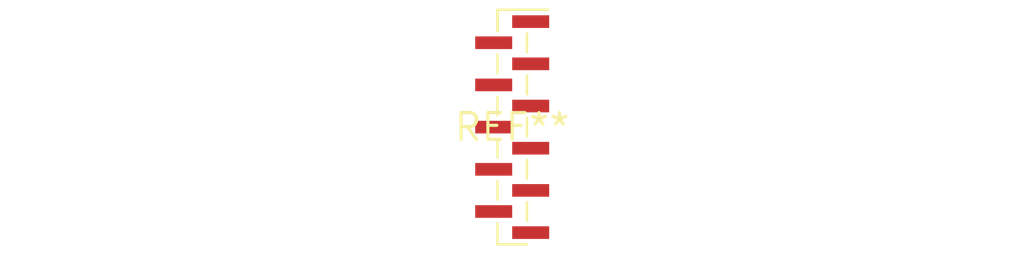
<source format=kicad_pcb>
(kicad_pcb (version 20240108) (generator pcbnew)
  (layers (0 "F.Cu" signal) (31 "B.Cu" signal) (34 "B.Paste" user) (35 "F.Paste" user) (36 "B.SilkS" user "B.Silkscreen") (37 "F.SilkS" user "F.Silkscreen") (38 "B.Mask" user) (39 "F.Mask" user) (44 "Edge.Cuts" user))
  (net 0 "")
  (footprint "PinHeader_1x11_P1.00mm_Vertical_SMD_Pin1Right" (layer "F.Cu") (at 0 0)
    (property "Reference" "REF**")
    (property "Value" "PinHeader_1x11_P1.00mm_Vertical_SMD_Pin1Right")
    (fp_line (start -0.695 -5.56) (end -0.695 -4.56) (layer "F.SilkS") (stroke (width 0.12)))
    (fp_line (start -0.695 -5.56) (end 0.695 -5.56) (layer "F.SilkS") (stroke (width 0.12)))
    (fp_line (start -0.695 -5.44) (end -0.695 -4.56) (layer "F.SilkS") (stroke (width 0.12)))
    (fp_line (start -0.695 -3.44) (end -0.695 -2.56) (layer "F.SilkS") (stroke (width 0.12)))
    (fp_line (start -0.695 -1.44) (end -0.695 -0.56) (layer "F.SilkS") (stroke (width 0.12)))
    (fp_line (start -0.695 0.56) (end -0.695 1.44) (layer "F.SilkS") (stroke (width 0.12)))
    (fp_line (start -0.695 2.56) (end -0.695 3.44) (layer "F.SilkS") (stroke (width 0.12)))
    (fp_line (start -0.695 4.56) (end -0.695 5.56) (layer "F.SilkS") (stroke (width 0.12)))
    (fp_line (start -0.695 5.56) (end -0.695 5.56) (layer "F.SilkS") (stroke (width 0.12)))
    (fp_line (start -0.695 5.56) (end 0.695 5.56) (layer "F.SilkS") (stroke (width 0.12)))
    (fp_line (start 0.695 -5.56) (end 0.695 -5.56) (layer "F.SilkS") (stroke (width 0.12)))
    (fp_line (start 0.695 -5.56) (end 1.69 -5.56) (layer "F.SilkS") (stroke (width 0.12)))
    (fp_line (start 0.695 -4.44) (end 0.695 -3.56) (layer "F.SilkS") (stroke (width 0.12)))
    (fp_line (start 0.695 -2.44) (end 0.695 -1.56) (layer "F.SilkS") (stroke (width 0.12)))
    (fp_line (start 0.695 -0.44) (end 0.695 0.44) (layer "F.SilkS") (stroke (width 0.12)))
    (fp_line (start 0.695 1.56) (end 0.695 2.44) (layer "F.SilkS") (stroke (width 0.12)))
    (fp_line (start 0.695 3.56) (end 0.695 4.44) (layer "F.SilkS") (stroke (width 0.12)))
    (pad "1" smd rect (at 0.875 -5) (size 1.75 0.6) (layers "F.Cu" "F.Paste" "F.Mask"))
    (pad "2" smd rect (at -0.875 -4) (size 1.75 0.6) (layers "F.Cu" "F.Paste" "F.Mask"))
    (pad "3" smd rect (at 0.875 -3) (size 1.75 0.6) (layers "F.Cu" "F.Paste" "F.Mask"))
    (pad "4" smd rect (at -0.875 -2) (size 1.75 0.6) (layers "F.Cu" "F.Paste" "F.Mask"))
    (pad "5" smd rect (at 0.875 -1) (size 1.75 0.6) (layers "F.Cu" "F.Paste" "F.Mask"))
    (pad "6" smd rect (at -0.875 0) (size 1.75 0.6) (layers "F.Cu" "F.Paste" "F.Mask"))
    (pad "7" smd rect (at 0.875 1) (size 1.75 0.6) (layers "F.Cu" "F.Paste" "F.Mask"))
    (pad "8" smd rect (at -0.875 2) (size 1.75 0.6) (layers "F.Cu" "F.Paste" "F.Mask"))
    (pad "9" smd rect (at 0.875 3) (size 1.75 0.6) (layers "F.Cu" "F.Paste" "F.Mask"))
    (pad "10" smd rect (at -0.875 4) (size 1.75 0.6) (layers "F.Cu" "F.Paste" "F.Mask"))
    (pad "11" smd rect (at 0.875 5) (size 1.75 0.6) (layers "F.Cu" "F.Paste" "F.Mask"))
  )
)
</source>
